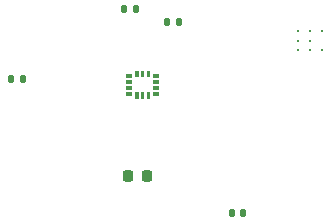
<source format=gbr>
%TF.GenerationSoftware,KiCad,Pcbnew,8.0.4*%
%TF.CreationDate,2024-11-04T05:07:06-05:00*%
%TF.ProjectId,6-axisIMU,362d6178-6973-4494-9d55-2e6b69636164,V01*%
%TF.SameCoordinates,Original*%
%TF.FileFunction,Paste,Top*%
%TF.FilePolarity,Positive*%
%FSLAX46Y46*%
G04 Gerber Fmt 4.6, Leading zero omitted, Abs format (unit mm)*
G04 Created by KiCad (PCBNEW 8.0.4) date 2024-11-04 05:07:06*
%MOMM*%
%LPD*%
G01*
G04 APERTURE LIST*
G04 Aperture macros list*
%AMRoundRect*
0 Rectangle with rounded corners*
0 $1 Rounding radius*
0 $2 $3 $4 $5 $6 $7 $8 $9 X,Y pos of 4 corners*
0 Add a 4 corners polygon primitive as box body*
4,1,4,$2,$3,$4,$5,$6,$7,$8,$9,$2,$3,0*
0 Add four circle primitives for the rounded corners*
1,1,$1+$1,$2,$3*
1,1,$1+$1,$4,$5*
1,1,$1+$1,$6,$7*
1,1,$1+$1,$8,$9*
0 Add four rect primitives between the rounded corners*
20,1,$1+$1,$2,$3,$4,$5,0*
20,1,$1+$1,$4,$5,$6,$7,0*
20,1,$1+$1,$6,$7,$8,$9,0*
20,1,$1+$1,$8,$9,$2,$3,0*%
G04 Aperture macros list end*
%ADD10C,0.010000*%
%ADD11C,0.299999*%
%ADD12RoundRect,0.140000X-0.140000X-0.170000X0.140000X-0.170000X0.140000X0.170000X-0.140000X0.170000X0*%
%ADD13RoundRect,0.225000X-0.225000X-0.250000X0.225000X-0.250000X0.225000X0.250000X-0.225000X0.250000X0*%
%ADD14RoundRect,0.135000X0.135000X0.185000X-0.135000X0.185000X-0.135000X-0.185000X0.135000X-0.185000X0*%
%ADD15RoundRect,0.135000X-0.135000X-0.185000X0.135000X-0.185000X0.135000X0.185000X-0.135000X0.185000X0*%
%ADD16RoundRect,0.140000X0.140000X0.170000X-0.140000X0.170000X-0.140000X-0.170000X0.140000X-0.170000X0*%
G04 APERTURE END LIST*
D10*
%TO.C,MT1*%
X87287500Y-35569000D02*
X86837500Y-35569000D01*
X86837500Y-35331000D01*
X87287500Y-35331000D01*
X87287500Y-35569000D01*
G36*
X87287500Y-35569000D02*
G01*
X86837500Y-35569000D01*
X86837500Y-35331000D01*
X87287500Y-35331000D01*
X87287500Y-35569000D01*
G37*
X87287500Y-35069000D02*
X86837500Y-35069000D01*
X86837500Y-34831000D01*
X87287500Y-34831000D01*
X87287500Y-35069000D01*
G36*
X87287500Y-35069000D02*
G01*
X86837500Y-35069000D01*
X86837500Y-34831000D01*
X87287500Y-34831000D01*
X87287500Y-35069000D01*
G37*
X87287500Y-34569000D02*
X86837500Y-34569000D01*
X86837500Y-34331000D01*
X87287500Y-34331000D01*
X87287500Y-34569000D01*
G36*
X87287500Y-34569000D02*
G01*
X86837500Y-34569000D01*
X86837500Y-34331000D01*
X87287500Y-34331000D01*
X87287500Y-34569000D01*
G37*
X87287500Y-34069000D02*
X86837500Y-34069000D01*
X86837500Y-33831000D01*
X87287500Y-33831000D01*
X87287500Y-34069000D01*
G36*
X87287500Y-34069000D02*
G01*
X86837500Y-34069000D01*
X86837500Y-33831000D01*
X87287500Y-33831000D01*
X87287500Y-34069000D01*
G37*
X86519000Y-35837500D02*
X86281000Y-35837500D01*
X86281000Y-35387500D01*
X86519000Y-35387500D01*
X86519000Y-35837500D01*
G36*
X86519000Y-35837500D02*
G01*
X86281000Y-35837500D01*
X86281000Y-35387500D01*
X86519000Y-35387500D01*
X86519000Y-35837500D01*
G37*
X86519000Y-34012500D02*
X86281000Y-34012500D01*
X86281000Y-33562500D01*
X86519000Y-33562500D01*
X86519000Y-34012500D01*
G36*
X86519000Y-34012500D02*
G01*
X86281000Y-34012500D01*
X86281000Y-33562500D01*
X86519000Y-33562500D01*
X86519000Y-34012500D01*
G37*
X86019000Y-35837500D02*
X85781000Y-35837500D01*
X85781000Y-35387500D01*
X86019000Y-35387500D01*
X86019000Y-35837500D01*
G36*
X86019000Y-35837500D02*
G01*
X85781000Y-35837500D01*
X85781000Y-35387500D01*
X86019000Y-35387500D01*
X86019000Y-35837500D01*
G37*
X86019000Y-34012500D02*
X85781000Y-34012500D01*
X85781000Y-33562500D01*
X86019000Y-33562500D01*
X86019000Y-34012500D01*
G36*
X86019000Y-34012500D02*
G01*
X85781000Y-34012500D01*
X85781000Y-33562500D01*
X86019000Y-33562500D01*
X86019000Y-34012500D01*
G37*
X85519000Y-35837500D02*
X85281000Y-35837500D01*
X85281000Y-35387500D01*
X85519000Y-35387500D01*
X85519000Y-35837500D01*
G36*
X85519000Y-35837500D02*
G01*
X85281000Y-35837500D01*
X85281000Y-35387500D01*
X85519000Y-35387500D01*
X85519000Y-35837500D01*
G37*
X85519000Y-34012500D02*
X85281000Y-34012500D01*
X85281000Y-33562500D01*
X85519000Y-33562500D01*
X85519000Y-34012500D01*
G36*
X85519000Y-34012500D02*
G01*
X85281000Y-34012500D01*
X85281000Y-33562500D01*
X85519000Y-33562500D01*
X85519000Y-34012500D01*
G37*
X84962500Y-35569000D02*
X84512500Y-35569000D01*
X84512500Y-35331000D01*
X84962500Y-35331000D01*
X84962500Y-35569000D01*
G36*
X84962500Y-35569000D02*
G01*
X84512500Y-35569000D01*
X84512500Y-35331000D01*
X84962500Y-35331000D01*
X84962500Y-35569000D01*
G37*
X84962500Y-35069000D02*
X84512500Y-35069000D01*
X84512500Y-34831000D01*
X84962500Y-34831000D01*
X84962500Y-35069000D01*
G36*
X84962500Y-35069000D02*
G01*
X84512500Y-35069000D01*
X84512500Y-34831000D01*
X84962500Y-34831000D01*
X84962500Y-35069000D01*
G37*
X84962500Y-34569000D02*
X84512500Y-34569000D01*
X84512500Y-34331000D01*
X84962500Y-34331000D01*
X84962500Y-34569000D01*
G36*
X84962500Y-34569000D02*
G01*
X84512500Y-34569000D01*
X84512500Y-34331000D01*
X84962500Y-34331000D01*
X84962500Y-34569000D01*
G37*
X84962500Y-34069000D02*
X84512500Y-34069000D01*
X84512500Y-33831000D01*
X84962500Y-33831000D01*
X84962500Y-34069000D01*
G36*
X84962500Y-34069000D02*
G01*
X84512500Y-34069000D01*
X84512500Y-33831000D01*
X84962500Y-33831000D01*
X84962500Y-34069000D01*
G37*
%TD*%
D11*
%TO.C,U2*%
X101099999Y-31799999D03*
X100099998Y-31799999D03*
X99100000Y-31799999D03*
X100099998Y-31000001D03*
X99100000Y-30999998D03*
X101099999Y-30200000D03*
X100099998Y-30200000D03*
X99100000Y-30200000D03*
%TD*%
D12*
%TO.C,C1*%
X94480000Y-45600000D03*
X93520000Y-45600000D03*
%TD*%
D13*
%TO.C,C2*%
X86300000Y-42500000D03*
X84750000Y-42500000D03*
%TD*%
D14*
%TO.C,R2*%
X84380000Y-28350000D03*
X85400000Y-28350000D03*
%TD*%
D15*
%TO.C,R1*%
X89000000Y-29450000D03*
X87980000Y-29450000D03*
%TD*%
D16*
%TO.C,C3*%
X74820000Y-34250000D03*
X75780000Y-34250000D03*
%TD*%
M02*

</source>
